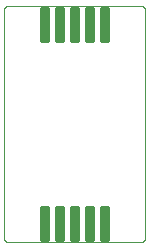
<source format=gbs>
G75*
%MOIN*%
%OFA0B0*%
%FSLAX25Y25*%
%IPPOS*%
%LPD*%
%AMOC8*
5,1,8,0,0,1.08239X$1,22.5*
%
%ADD10C,0.00000*%
%ADD11C,0.01775*%
D10*
X0002969Y0014780D02*
X0047063Y0014780D01*
X0047063Y0014779D02*
X0047140Y0014781D01*
X0047217Y0014787D01*
X0047294Y0014796D01*
X0047370Y0014809D01*
X0047446Y0014826D01*
X0047520Y0014847D01*
X0047594Y0014871D01*
X0047666Y0014899D01*
X0047736Y0014930D01*
X0047805Y0014965D01*
X0047873Y0015003D01*
X0047938Y0015044D01*
X0048001Y0015089D01*
X0048062Y0015137D01*
X0048121Y0015187D01*
X0048177Y0015240D01*
X0048230Y0015296D01*
X0048280Y0015355D01*
X0048328Y0015416D01*
X0048373Y0015479D01*
X0048414Y0015544D01*
X0048452Y0015612D01*
X0048487Y0015681D01*
X0048518Y0015751D01*
X0048546Y0015823D01*
X0048570Y0015897D01*
X0048591Y0015971D01*
X0048608Y0016047D01*
X0048621Y0016123D01*
X0048630Y0016200D01*
X0048636Y0016277D01*
X0048638Y0016354D01*
X0048638Y0091945D01*
X0048636Y0092022D01*
X0048630Y0092099D01*
X0048621Y0092176D01*
X0048608Y0092252D01*
X0048591Y0092328D01*
X0048570Y0092402D01*
X0048546Y0092476D01*
X0048518Y0092548D01*
X0048487Y0092618D01*
X0048452Y0092687D01*
X0048414Y0092755D01*
X0048373Y0092820D01*
X0048328Y0092883D01*
X0048280Y0092944D01*
X0048230Y0093003D01*
X0048177Y0093059D01*
X0048121Y0093112D01*
X0048062Y0093162D01*
X0048001Y0093210D01*
X0047938Y0093255D01*
X0047873Y0093296D01*
X0047805Y0093334D01*
X0047736Y0093369D01*
X0047666Y0093400D01*
X0047594Y0093428D01*
X0047520Y0093452D01*
X0047446Y0093473D01*
X0047370Y0093490D01*
X0047294Y0093503D01*
X0047217Y0093512D01*
X0047140Y0093518D01*
X0047063Y0093520D01*
X0002969Y0093520D01*
X0002892Y0093518D01*
X0002815Y0093512D01*
X0002738Y0093503D01*
X0002662Y0093490D01*
X0002586Y0093473D01*
X0002512Y0093452D01*
X0002438Y0093428D01*
X0002366Y0093400D01*
X0002296Y0093369D01*
X0002227Y0093334D01*
X0002159Y0093296D01*
X0002094Y0093255D01*
X0002031Y0093210D01*
X0001970Y0093162D01*
X0001911Y0093112D01*
X0001855Y0093059D01*
X0001802Y0093003D01*
X0001752Y0092944D01*
X0001704Y0092883D01*
X0001659Y0092820D01*
X0001618Y0092755D01*
X0001580Y0092687D01*
X0001545Y0092618D01*
X0001514Y0092548D01*
X0001486Y0092476D01*
X0001462Y0092402D01*
X0001441Y0092328D01*
X0001424Y0092252D01*
X0001411Y0092176D01*
X0001402Y0092099D01*
X0001396Y0092022D01*
X0001394Y0091945D01*
X0001394Y0016354D01*
X0001396Y0016277D01*
X0001402Y0016200D01*
X0001411Y0016123D01*
X0001424Y0016047D01*
X0001441Y0015971D01*
X0001462Y0015897D01*
X0001486Y0015823D01*
X0001514Y0015751D01*
X0001545Y0015681D01*
X0001580Y0015612D01*
X0001618Y0015544D01*
X0001659Y0015479D01*
X0001704Y0015416D01*
X0001752Y0015355D01*
X0001802Y0015296D01*
X0001855Y0015240D01*
X0001911Y0015187D01*
X0001970Y0015137D01*
X0002031Y0015089D01*
X0002094Y0015044D01*
X0002159Y0015003D01*
X0002227Y0014965D01*
X0002296Y0014930D01*
X0002366Y0014899D01*
X0002438Y0014871D01*
X0002512Y0014847D01*
X0002586Y0014826D01*
X0002662Y0014809D01*
X0002738Y0014796D01*
X0002815Y0014787D01*
X0002892Y0014781D01*
X0002969Y0014779D01*
D11*
X0014128Y0026297D02*
X0015904Y0026297D01*
X0015904Y0015861D01*
X0014128Y0015861D01*
X0014128Y0026297D01*
X0014128Y0017635D02*
X0015904Y0017635D01*
X0015904Y0019409D02*
X0014128Y0019409D01*
X0014128Y0021183D02*
X0015904Y0021183D01*
X0015904Y0022957D02*
X0014128Y0022957D01*
X0014128Y0024731D02*
X0015904Y0024731D01*
X0019128Y0026297D02*
X0020904Y0026297D01*
X0020904Y0015861D01*
X0019128Y0015861D01*
X0019128Y0026297D01*
X0019128Y0017635D02*
X0020904Y0017635D01*
X0020904Y0019409D02*
X0019128Y0019409D01*
X0019128Y0021183D02*
X0020904Y0021183D01*
X0020904Y0022957D02*
X0019128Y0022957D01*
X0019128Y0024731D02*
X0020904Y0024731D01*
X0024128Y0026297D02*
X0025904Y0026297D01*
X0025904Y0015861D01*
X0024128Y0015861D01*
X0024128Y0026297D01*
X0024128Y0017635D02*
X0025904Y0017635D01*
X0025904Y0019409D02*
X0024128Y0019409D01*
X0024128Y0021183D02*
X0025904Y0021183D01*
X0025904Y0022957D02*
X0024128Y0022957D01*
X0024128Y0024731D02*
X0025904Y0024731D01*
X0029128Y0026297D02*
X0030904Y0026297D01*
X0030904Y0015861D01*
X0029128Y0015861D01*
X0029128Y0026297D01*
X0029128Y0017635D02*
X0030904Y0017635D01*
X0030904Y0019409D02*
X0029128Y0019409D01*
X0029128Y0021183D02*
X0030904Y0021183D01*
X0030904Y0022957D02*
X0029128Y0022957D01*
X0029128Y0024731D02*
X0030904Y0024731D01*
X0034128Y0026297D02*
X0035904Y0026297D01*
X0035904Y0015861D01*
X0034128Y0015861D01*
X0034128Y0026297D01*
X0034128Y0017635D02*
X0035904Y0017635D01*
X0035904Y0019409D02*
X0034128Y0019409D01*
X0034128Y0021183D02*
X0035904Y0021183D01*
X0035904Y0022957D02*
X0034128Y0022957D01*
X0034128Y0024731D02*
X0035904Y0024731D01*
X0035904Y0092438D02*
X0034128Y0092438D01*
X0035904Y0092438D02*
X0035904Y0082002D01*
X0034128Y0082002D01*
X0034128Y0092438D01*
X0034128Y0083776D02*
X0035904Y0083776D01*
X0035904Y0085550D02*
X0034128Y0085550D01*
X0034128Y0087324D02*
X0035904Y0087324D01*
X0035904Y0089098D02*
X0034128Y0089098D01*
X0034128Y0090872D02*
X0035904Y0090872D01*
X0030904Y0092438D02*
X0029128Y0092438D01*
X0030904Y0092438D02*
X0030904Y0082002D01*
X0029128Y0082002D01*
X0029128Y0092438D01*
X0029128Y0083776D02*
X0030904Y0083776D01*
X0030904Y0085550D02*
X0029128Y0085550D01*
X0029128Y0087324D02*
X0030904Y0087324D01*
X0030904Y0089098D02*
X0029128Y0089098D01*
X0029128Y0090872D02*
X0030904Y0090872D01*
X0025904Y0092438D02*
X0024128Y0092438D01*
X0025904Y0092438D02*
X0025904Y0082002D01*
X0024128Y0082002D01*
X0024128Y0092438D01*
X0024128Y0083776D02*
X0025904Y0083776D01*
X0025904Y0085550D02*
X0024128Y0085550D01*
X0024128Y0087324D02*
X0025904Y0087324D01*
X0025904Y0089098D02*
X0024128Y0089098D01*
X0024128Y0090872D02*
X0025904Y0090872D01*
X0020904Y0092438D02*
X0019128Y0092438D01*
X0020904Y0092438D02*
X0020904Y0082002D01*
X0019128Y0082002D01*
X0019128Y0092438D01*
X0019128Y0083776D02*
X0020904Y0083776D01*
X0020904Y0085550D02*
X0019128Y0085550D01*
X0019128Y0087324D02*
X0020904Y0087324D01*
X0020904Y0089098D02*
X0019128Y0089098D01*
X0019128Y0090872D02*
X0020904Y0090872D01*
X0015904Y0092438D02*
X0014128Y0092438D01*
X0015904Y0092438D02*
X0015904Y0082002D01*
X0014128Y0082002D01*
X0014128Y0092438D01*
X0014128Y0083776D02*
X0015904Y0083776D01*
X0015904Y0085550D02*
X0014128Y0085550D01*
X0014128Y0087324D02*
X0015904Y0087324D01*
X0015904Y0089098D02*
X0014128Y0089098D01*
X0014128Y0090872D02*
X0015904Y0090872D01*
M02*

</source>
